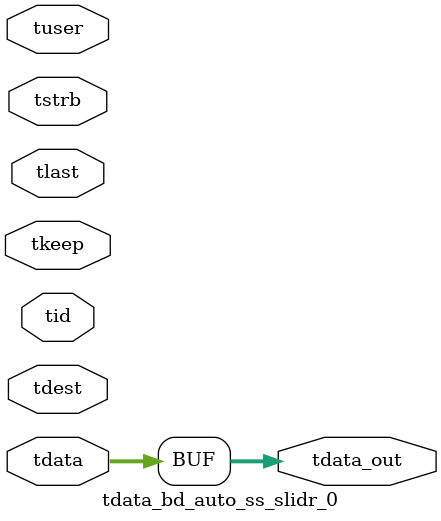
<source format=v>


`timescale 1ps/1ps

module tdata_bd_auto_ss_slidr_0 #
(
parameter C_S_AXIS_TDATA_WIDTH = 32,
parameter C_S_AXIS_TUSER_WIDTH = 0,
parameter C_S_AXIS_TID_WIDTH   = 0,
parameter C_S_AXIS_TDEST_WIDTH = 0,
parameter C_M_AXIS_TDATA_WIDTH = 32
)
(
input  [(C_S_AXIS_TDATA_WIDTH == 0 ? 1 : C_S_AXIS_TDATA_WIDTH)-1:0     ] tdata,
input  [(C_S_AXIS_TUSER_WIDTH == 0 ? 1 : C_S_AXIS_TUSER_WIDTH)-1:0     ] tuser,
input  [(C_S_AXIS_TID_WIDTH   == 0 ? 1 : C_S_AXIS_TID_WIDTH)-1:0       ] tid,
input  [(C_S_AXIS_TDEST_WIDTH == 0 ? 1 : C_S_AXIS_TDEST_WIDTH)-1:0     ] tdest,
input  [(C_S_AXIS_TDATA_WIDTH/8)-1:0 ] tkeep,
input  [(C_S_AXIS_TDATA_WIDTH/8)-1:0 ] tstrb,
input                                                                    tlast,
output [C_M_AXIS_TDATA_WIDTH-1:0] tdata_out
);

assign tdata_out = {tdata[31:0]};

endmodule


</source>
